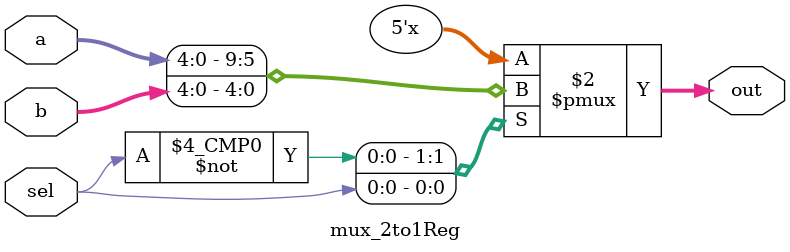
<source format=v>
module mux_2to1Reg ( input wire [4:0] a,                 
                  input wire [4:0] b,                           
                  input wire sel,               
                  output reg [4:0] out);         

   always @ (a or b or sel) begin
      case (sel)
         1'b0 : out <= a;
         1'b1 : out <= b;
      endcase
   end
endmodule
</source>
